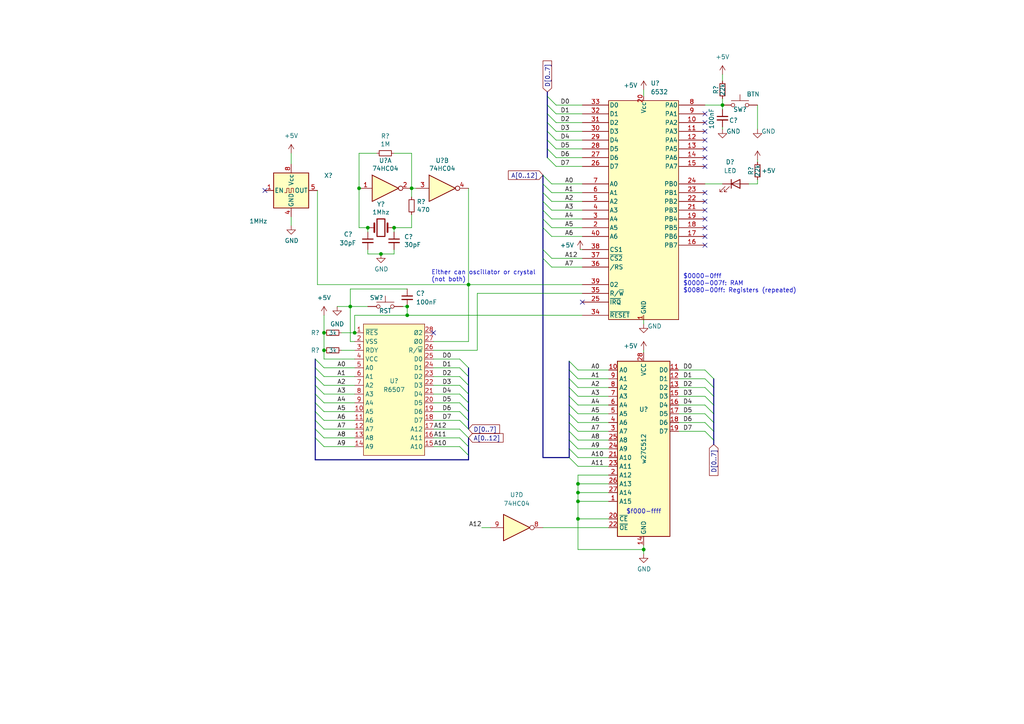
<source format=kicad_sch>
(kicad_sch (version 20211123) (generator eeschema)
  (paper "A4")
  (lib_symbols
    (symbol "6502:R6507"
      (property "Reference" "U" (at 0 0 0))
      (property "Value" "R6507" (at 0 2.54 0))
      (symbol "R6507_0_1"
        (rectangle (start -8.89 15.24) (end 8.89 -22.86) (fill (type background)))
      )
      (symbol "R6507_1_1"
        (pin input line (at -11.43 12.7 0) (length 2.54) (name "~{RES}") (number "1"))
        (pin output line (at -11.43 -10.16 0) (length 2.54) (name "A5") (number "10"))
        (pin output line (at -11.43 -12.7 0) (length 2.54) (name "A6") (number "11"))
        (pin output line (at -11.43 -15.24 0) (length 2.54) (name "A7") (number "12"))
        (pin output line (at -11.43 -17.78 0) (length 2.54) (name "A8") (number "13"))
        (pin output line (at -11.43 -20.32 0) (length 2.54) (name "A9") (number "14"))
        (pin output line (at 11.43 -20.32 180) (length 2.54) (name "A10") (number "15"))
        (pin output line (at 11.43 -17.78 180) (length 2.54) (name "A11") (number "16"))
        (pin output line (at 11.43 -15.24 180) (length 2.54) (name "A12") (number "17"))
        (pin tri_state line (at 11.43 -12.7 180) (length 2.54) (name "D7") (number "18"))
        (pin tri_state line (at 11.43 -10.16 180) (length 2.54) (name "D6") (number "19"))
        (pin power_in line (at -11.43 10.16 0) (length 2.54) (name "VSS") (number "2"))
        (pin tri_state line (at 11.43 -7.62 180) (length 2.54) (name "D5") (number "20"))
        (pin tri_state line (at 11.43 -5.08 180) (length 2.54) (name "D4") (number "21"))
        (pin tri_state line (at 11.43 -2.54 180) (length 2.54) (name "D3") (number "22"))
        (pin tri_state line (at 11.43 0 180) (length 2.54) (name "D2") (number "23"))
        (pin tri_state line (at 11.43 2.54 180) (length 2.54) (name "D1") (number "24"))
        (pin tri_state line (at 11.43 5.08 180) (length 2.54) (name "D0") (number "25"))
        (pin output line (at 11.43 7.62 180) (length 2.54) (name "R/~{W}") (number "26"))
        (pin input line (at 11.43 10.16 180) (length 2.54) (name "Ø0") (number "27"))
        (pin output line (at 11.43 12.7 180) (length 2.54) (name "Ø2") (number "28"))
        (pin input line (at -11.43 7.62 0) (length 2.54) (name "RDY") (number "3"))
        (pin power_in line (at -11.43 5.08 0) (length 2.54) (name "VCC") (number "4"))
        (pin output line (at -11.43 2.54 0) (length 2.54) (name "A0") (number "5"))
        (pin output line (at -11.43 0 0) (length 2.54) (name "A1") (number "6"))
        (pin output line (at -11.43 -2.54 0) (length 2.54) (name "A2") (number "7"))
        (pin output line (at -11.43 -5.08 0) (length 2.54) (name "A3") (number "8"))
        (pin output line (at -11.43 -7.62 0) (length 2.54) (name "A4") (number "9"))
      )
    )
    (symbol "74xx:74HC04"
      (property "Reference" "U" (at 0 1.27 0))
      (property "Value" "74HC04" (at 0 -1.27 0))
      (symbol "74HC04_1_0"
        (polyline (pts (xy -3.81 3.81) (xy -3.81 -3.81) (xy 3.81 0) (xy -3.81 3.81)) (stroke (width 0.254)) (fill (type background)))
        (pin input line (at -7.62 0 0) (length 3.81) (name "~") (number "1"))
        (pin output inverted (at 7.62 0 180) (length 3.81) (name "~") (number "2"))
      )
      (symbol "74HC04_2_0"
        (polyline (pts (xy -3.81 3.81) (xy -3.81 -3.81) (xy 3.81 0) (xy -3.81 3.81)) (stroke (width 0.254)) (fill (type background)))
        (pin input line (at -7.62 0 0) (length 3.81) (name "~") (number "3"))
        (pin output inverted (at 7.62 0 180) (length 3.81) (name "~") (number "4"))
      )
      (symbol "74HC04_3_0"
        (polyline (pts (xy -3.81 3.81) (xy -3.81 -3.81) (xy 3.81 0) (xy -3.81 3.81)) (stroke (width 0.254)) (fill (type background)))
        (pin input line (at -7.62 0 0) (length 3.81) (name "~") (number "5"))
        (pin output inverted (at 7.62 0 180) (length 3.81) (name "~") (number "6"))
      )
      (symbol "74HC04_4_0"
        (polyline (pts (xy -3.81 3.81) (xy -3.81 -3.81) (xy 3.81 0) (xy -3.81 3.81)) (stroke (width 0.254)) (fill (type background)))
        (pin output inverted (at 7.62 0 180) (length 3.81) (name "~") (number "8"))
        (pin input line (at -7.62 0 0) (length 3.81) (name "~") (number "9"))
      )
      (symbol "74HC04_5_0"
        (polyline (pts (xy -3.81 3.81) (xy -3.81 -3.81) (xy 3.81 0) (xy -3.81 3.81)) (stroke (width 0.254)) (fill (type background)))
        (pin output inverted (at 7.62 0 180) (length 3.81) (name "~") (number "10"))
        (pin input line (at -7.62 0 0) (length 3.81) (name "~") (number "11"))
      )
      (symbol "74HC04_6_0"
        (polyline (pts (xy -3.81 3.81) (xy -3.81 -3.81) (xy 3.81 0) (xy -3.81 3.81)) (stroke (width 0.254)) (fill (type background)))
        (pin output inverted (at 7.62 0 180) (length 3.81) (name "~") (number "12"))
        (pin input line (at -7.62 0 0) (length 3.81) (name "~") (number "13"))
      )
      (symbol "74HC04_7_0"
        (pin power_in line (at 0 12.7 270) (length 5.08) (name "VCC") (number "14"))
        (pin power_in line (at 0 -12.7 90) (length 5.08) (name "GND") (number "7"))
      )
      (symbol "74HC04_7_1"
        (rectangle (start -5.08 7.62) (end 5.08 -7.62) (stroke (width 0.254)) (fill (type background)))
      )
    )
    (symbol "Device:C_Small" (pin_numbers hide) (pin_names (offset 0.254) hide)
      (property "Reference" "C" (at 0.254 1.778 0))
      (property "Value" "C_Small" (at 0.254 -2.032 0))
      (symbol "C_Small_0_1"
        (polyline (pts (xy -1.524 -0.508) (xy 1.524 -0.508)) (stroke (width 0.3302)))
        (polyline (pts (xy -1.524 0.508) (xy 1.524 0.508)) (stroke (width 0.3048)))
      )
      (symbol "C_Small_1_1"
        (pin passive line (at 0 2.54 270) (length 2.032) (name "~") (number "1"))
        (pin passive line (at 0 -2.54 90) (length 2.032) (name "~") (number "2"))
      )
    )
    (symbol "Device:Crystal" (pin_numbers hide) (pin_names (offset 1.016) hide)
      (property "Reference" "Y" (at 0 3.81 0))
      (property "Value" "Crystal" (at 0 -3.81 0))
      (symbol "Crystal_0_1"
        (rectangle (start -1.143 2.54) (end 1.143 -2.54) (stroke (width 0.3048)))
        (polyline (pts (xy -2.54 0) (xy -1.905 0)))
        (polyline (pts (xy -1.905 -1.27) (xy -1.905 1.27)) (stroke (width 0.508)))
        (polyline (pts (xy 1.905 -1.27) (xy 1.905 1.27)) (stroke (width 0.508)))
        (polyline (pts (xy 2.54 0) (xy 1.905 0)))
      )
      (symbol "Crystal_1_1"
        (pin passive line (at -3.81 0 0) (length 1.27) (name "1") (number "1"))
        (pin passive line (at 3.81 0 180) (length 1.27) (name "2") (number "2"))
      )
    )
    (symbol "Device:LED" (pin_numbers hide) (pin_names (offset 1.016) hide)
      (property "Reference" "D" (at 0 2.54 0))
      (property "Value" "LED" (at 0 -2.54 0))
      (symbol "LED_0_1"
        (polyline (pts (xy -1.27 -1.27) (xy -1.27 1.27)) (stroke (width 0.254)))
        (polyline (pts (xy -1.27 0) (xy 1.27 0)))
        (polyline (pts (xy 1.27 -1.27) (xy 1.27 1.27) (xy -1.27 0) (xy 1.27 -1.27)) (stroke (width 0.254)))
        (polyline (pts (xy -3.048 -0.762) (xy -4.572 -2.286) (xy -3.81 -2.286) (xy -4.572 -2.286) (xy -4.572 -1.524)))
        (polyline (pts (xy -1.778 -0.762) (xy -3.302 -2.286) (xy -2.54 -2.286) (xy -3.302 -2.286) (xy -3.302 -1.524)))
      )
      (symbol "LED_1_1"
        (pin passive line (at -3.81 0 0) (length 2.54) (name "K") (number "1"))
        (pin passive line (at 3.81 0 180) (length 2.54) (name "A") (number "2"))
      )
    )
    (symbol "Device:R_Small" (pin_numbers hide) (pin_names (offset 0.254) hide)
      (property "Reference" "R" (at 0.762 0.508 0))
      (property "Value" "R_Small" (at 0.762 -1.016 0))
      (symbol "R_Small_0_1"
        (rectangle (start -0.762 1.778) (end 0.762 -1.778) (stroke (width 0.2032)))
      )
      (symbol "R_Small_1_1"
        (pin passive line (at 0 2.54 270) (length 0.762) (name "~") (number "1"))
        (pin passive line (at 0 -2.54 90) (length 0.762) (name "~") (number "2"))
      )
    )
    (symbol "Memory_EPROM:27C512"
      (property "Reference" "U" (at -7.62 26.67 0))
      (property "Value" "27C512" (at 2.54 -26.67 0))
      (symbol "27C512_1_1"
        (rectangle (start -7.62 25.4) (end 7.62 -25.4) (stroke (width 0.254)) (fill (type background)))
        (pin input line (at -10.16 -15.24 0) (length 2.54) (name "A15") (number "1"))
        (pin input line (at -10.16 22.86 0) (length 2.54) (name "A0") (number "10"))
        (pin tri_state line (at 10.16 22.86 180) (length 2.54) (name "D0") (number "11"))
        (pin tri_state line (at 10.16 20.32 180) (length 2.54) (name "D1") (number "12"))
        (pin tri_state line (at 10.16 17.78 180) (length 2.54) (name "D2") (number "13"))
        (pin power_in line (at 0 -27.94 90) (length 2.54) (name "GND") (number "14"))
        (pin tri_state line (at 10.16 15.24 180) (length 2.54) (name "D3") (number "15"))
        (pin tri_state line (at 10.16 12.7 180) (length 2.54) (name "D4") (number "16"))
        (pin tri_state line (at 10.16 10.16 180) (length 2.54) (name "D5") (number "17"))
        (pin tri_state line (at 10.16 7.62 180) (length 2.54) (name "D6") (number "18"))
        (pin tri_state line (at 10.16 5.08 180) (length 2.54) (name "D7") (number "19"))
        (pin input line (at -10.16 -7.62 0) (length 2.54) (name "A12") (number "2"))
        (pin input line (at -10.16 -20.32 0) (length 2.54) (name "~{CE}") (number "20"))
        (pin input line (at -10.16 -2.54 0) (length 2.54) (name "A10") (number "21"))
        (pin input line (at -10.16 -22.86 0) (length 2.54) (name "~{OE}") (number "22"))
        (pin input line (at -10.16 -5.08 0) (length 2.54) (name "A11") (number "23"))
        (pin input line (at -10.16 0 0) (length 2.54) (name "A9") (number "24"))
        (pin input line (at -10.16 2.54 0) (length 2.54) (name "A8") (number "25"))
        (pin input line (at -10.16 -10.16 0) (length 2.54) (name "A13") (number "26"))
        (pin input line (at -10.16 -12.7 0) (length 2.54) (name "A14") (number "27"))
        (pin power_in line (at 0 27.94 270) (length 2.54) (name "VCC") (number "28"))
        (pin input line (at -10.16 5.08 0) (length 2.54) (name "A7") (number "3"))
        (pin input line (at -10.16 7.62 0) (length 2.54) (name "A6") (number "4"))
        (pin input line (at -10.16 10.16 0) (length 2.54) (name "A5") (number "5"))
        (pin input line (at -10.16 12.7 0) (length 2.54) (name "A4") (number "6"))
        (pin input line (at -10.16 15.24 0) (length 2.54) (name "A3") (number "7"))
        (pin input line (at -10.16 17.78 0) (length 2.54) (name "A2") (number "8"))
        (pin input line (at -10.16 20.32 0) (length 2.54) (name "A1") (number "9"))
      )
    )
    (symbol "Oscillator:CXO_DIP8" (pin_names (offset 0.254))
      (property "Reference" "X" (at -5.08 6.35 0))
      (property "Value" "CXO_DIP8" (at 1.27 -6.35 0))
      (symbol "CXO_DIP8_0_1"
        (rectangle (start -5.08 5.08) (end 5.08 -5.08) (stroke (width 0.254)) (fill (type background)))
        (polyline (pts (xy -1.905 -0.635) (xy -1.27 -0.635) (xy -1.27 0.635) (xy -0.635 0.635) (xy -0.635 -0.635) (xy 0 -0.635) (xy 0 0.635) (xy 0.635 0.635) (xy 0.635 -0.635)))
      )
      (symbol "CXO_DIP8_1_1"
        (pin input line (at -7.62 0 0) (length 2.54) (name "EN") (number "1"))
        (pin power_in line (at 0 -7.62 90) (length 2.54) (name "GND") (number "4"))
        (pin output line (at 7.62 0 180) (length 2.54) (name "OUT") (number "5"))
        (pin power_in line (at 0 7.62 270) (length 2.54) (name "Vcc") (number "8"))
      )
    )
    (symbol "Switch:SW_Push" (pin_numbers hide) (pin_names (offset 1.016) hide)
      (property "Reference" "SW" (at 1.27 2.54 0))
      (property "Value" "SW_Push" (at 0 -1.524 0))
      (symbol "SW_Push_0_1"
        (circle (center -2.032 0) (radius 0.508))
        (polyline (pts (xy 0 1.27) (xy 0 3.048)))
        (polyline (pts (xy 2.54 1.27) (xy -2.54 1.27)))
        (circle (center 2.032 0) (radius 0.508))
        (pin passive line (at -5.08 0 0) (length 2.54) (name "1") (number "1"))
        (pin passive line (at 5.08 0 180) (length 2.54) (name "2") (number "2"))
      )
    )
    (symbol "cbm:6532" (pin_names (offset 0.254))
      (property "Reference" "U" (at 0 8.89 0))
      (property "Value" "6532" (at 0 3.81 0))
      (symbol "6532_0_0"
        (pin power_in line (at 0 -31.75 90) (length 1.27) (name "GND") (number "1"))
        (pin power_in line (at 0 33.02 270) (length 1.27) (name "Vcc") (number "20"))
      )
      (symbol "6532_0_1"
        (rectangle (start -10.16 31.75) (end 10.16 -31.75) (fill (type background)))
        (rectangle (start 10.16 31.75) (end -10.16 -31.75))
      )
      (symbol "6532_1_1"
        (pin bidirectional line (at 17.78 25.4 180) (length 7.62) (name "PA2") (number "10"))
        (pin bidirectional line (at 17.78 22.86 180) (length 7.62) (name "PA3") (number "11"))
        (pin bidirectional line (at 17.78 20.32 180) (length 7.62) (name "PA4") (number "12"))
        (pin bidirectional line (at 17.78 17.78 180) (length 7.62) (name "PA5") (number "13"))
        (pin bidirectional line (at 17.78 15.24 180) (length 7.62) (name "PA6") (number "14"))
        (pin bidirectional line (at 17.78 12.7 180) (length 7.62) (name "PA7") (number "15"))
        (pin bidirectional line (at 17.78 -10.16 180) (length 7.62) (name "PB7") (number "16"))
        (pin bidirectional line (at 17.78 -7.62 180) (length 7.62) (name "PB6") (number "17"))
        (pin bidirectional line (at 17.78 -5.08 180) (length 7.62) (name "PB5") (number "18"))
        (pin bidirectional line (at 17.78 -2.54 180) (length 7.62) (name "PB4") (number "19"))
        (pin input line (at -17.78 -5.08 0) (length 7.62) (name "A5") (number "2"))
        (pin bidirectional line (at 17.78 0 180) (length 7.62) (name "PB3") (number "21"))
        (pin bidirectional line (at 17.78 2.54 180) (length 7.62) (name "PB2") (number "22"))
        (pin bidirectional line (at 17.78 5.08 180) (length 7.62) (name "PB1") (number "23"))
        (pin bidirectional line (at 17.78 7.62 180) (length 7.62) (name "PB0") (number "24"))
        (pin input line (at -17.78 -26.67 0) (length 7.62) (name "~{IRQ}") (number "25"))
        (pin tri_state line (at -17.78 12.7 0) (length 7.62) (name "D7") (number "26"))
        (pin tri_state line (at -17.78 15.24 0) (length 7.62) (name "D6") (number "27"))
        (pin tri_state line (at -17.78 17.78 0) (length 7.62) (name "D5") (number "28"))
        (pin tri_state line (at -17.78 20.32 0) (length 7.62) (name "D4") (number "29"))
        (pin input line (at -17.78 -2.54 0) (length 7.62) (name "A4") (number "3"))
        (pin tri_state line (at -17.78 22.86 0) (length 7.62) (name "D3") (number "30"))
        (pin tri_state line (at -17.78 25.4 0) (length 7.62) (name "D2") (number "31"))
        (pin tri_state line (at -17.78 27.94 0) (length 7.62) (name "D1") (number "32"))
        (pin tri_state line (at -17.78 30.48 0) (length 7.62) (name "D0") (number "33"))
        (pin input line (at -17.78 -30.48 0) (length 7.62) (name "~{RESET}") (number "34"))
        (pin input line (at -17.78 -24.13 0) (length 7.62) (name "R/~{W}") (number "35"))
        (pin bidirectional line (at -17.78 -16.51 0) (length 7.62) (name "/RS") (number "36"))
        (pin input line (at -17.78 -13.97 0) (length 7.62) (name "~{CS2}") (number "37"))
        (pin input line (at -17.78 -11.43 0) (length 7.62) (name "CS1") (number "38"))
        (pin input line (at -17.78 -21.59 0) (length 7.62) (name "02") (number "39"))
        (pin input line (at -17.78 0 0) (length 7.62) (name "A3") (number "4"))
        (pin input line (at -17.78 -7.62 0) (length 7.62) (name "A6") (number "40"))
        (pin input line (at -17.78 2.54 0) (length 7.62) (name "A2") (number "5"))
        (pin input line (at -17.78 5.08 0) (length 7.62) (name "A1") (number "6"))
        (pin input line (at -17.78 7.62 0) (length 7.62) (name "A0") (number "7"))
        (pin bidirectional line (at 17.78 30.48 180) (length 7.62) (name "PA0") (number "8"))
        (pin bidirectional line (at 17.78 27.94 180) (length 7.62) (name "PA1") (number "9"))
      )
    )
    (symbol "power:+5V" (power) (pin_names (offset 0))
      (property "Value" "+5V" (at 0 3.556 0))
      (symbol "+5V_0_1"
        (polyline (pts (xy -0.762 1.27) (xy 0 2.54)))
        (polyline (pts (xy 0 0) (xy 0 2.54)))
        (polyline (pts (xy 0 2.54) (xy 0.762 1.27)))
      )
      (symbol "+5V_1_1"
        (pin power_in line (at 0 0 90) (length 0) hide (name "+5V") (number "1"))
      )
    )
    (symbol "power:GND" (power) (pin_names (offset 0))
      (property "Value" "GND" (at 0 -3.81 0))
      (symbol "GND_0_1"
        (polyline (pts (xy 0 0) (xy 0 -1.27) (xy 1.27 -1.27) (xy 0 -2.54) (xy -1.27 -1.27) (xy 0 -1.27)))
      )
      (symbol "GND_1_1"
        (pin power_in line (at 0 0 270) (length 0) hide (name "GND") (number "1"))
      )
    )
  )
  (junction (at 119.38 54.61))
  (junction (at 167.64 150.495))
  (junction (at 135.89 82.55))
  (junction (at 114.3 66.04))
  (junction (at 167.64 142.875))
  (junction (at 93.98 101.6))
  (junction (at 110.49 73.66))
  (junction (at 118.11 91.44))
  (junction (at 209.55 30.48))
  (junction (at 167.64 140.335))
  (junction (at 167.64 145.415))
  (junction (at 186.69 159.385))
  (junction (at 101.6 88.9))
  (junction (at 102.87 96.52))
  (junction (at 104.14 54.61))
  (junction (at 93.98 96.52))
  (junction (at 118.11 88.9))
  (junction (at 106.68 66.04))
  (no_connect (at 168.91 87.63))
  (no_connect (at 125.73 96.52))
  (no_connect (at 204.47 33.02))
  (no_connect (at 204.47 35.56))
  (no_connect (at 204.47 38.1))
  (no_connect (at 204.47 40.64))
  (no_connect (at 204.47 43.18))
  (no_connect (at 204.47 45.72))
  (no_connect (at 204.47 48.26))
  (no_connect (at 204.47 55.88))
  (no_connect (at 204.47 58.42))
  (no_connect (at 204.47 60.96))
  (no_connect (at 204.47 63.5))
  (no_connect (at 204.47 66.04))
  (no_connect (at 204.47 68.58))
  (no_connect (at 204.47 71.12))
  (no_connect (at 76.835 55.245))
  (bus_entry (at 133.35 111.76) (size 2.54 2.54))
  (bus_entry (at 91.44 111.76) (size 2.54 2.54))
  (bus_entry (at 165.1 112.395) (size 2.54 2.54))
  (bus_entry (at 204.47 107.315) (size 2.54 2.54))
  (bus_entry (at 135.89 127) (size -2.54 -2.54))
  (bus_entry (at 135.89 132.08) (size -2.54 -2.54))
  (bus_entry (at 157.48 66.04) (size 2.54 2.54))
  (bus_entry (at 91.44 114.3) (size 2.54 2.54))
  (bus_entry (at 204.47 125.095) (size 2.54 2.54))
  (bus_entry (at 161.29 33.02) (size -2.54 -2.54))
  (bus_entry (at 165.1 117.475) (size 2.54 2.54))
  (bus_entry (at 91.44 109.22) (size 2.54 2.54))
  (bus_entry (at 161.29 35.56) (size -2.54 -2.54))
  (bus_entry (at 165.1 104.775) (size 2.54 2.54))
  (bus_entry (at 204.47 109.855) (size 2.54 2.54))
  (bus_entry (at 161.29 40.64) (size -2.54 -2.54))
  (bus_entry (at 157.48 63.5) (size 2.54 2.54))
  (bus_entry (at 157.48 50.8) (size 2.54 2.54))
  (bus_entry (at 133.35 116.84) (size 2.54 2.54))
  (bus_entry (at 204.47 120.015) (size 2.54 2.54))
  (bus_entry (at 165.1 132.715) (size 2.54 2.54))
  (bus_entry (at 157.48 55.88) (size 2.54 2.54))
  (bus_entry (at 161.29 38.1) (size -2.54 -2.54))
  (bus_entry (at 157.48 74.93) (size 2.54 2.54))
  (bus_entry (at 91.44 127) (size 2.54 2.54))
  (bus_entry (at 165.1 107.315) (size 2.54 2.54))
  (bus_entry (at 161.29 43.18) (size -2.54 -2.54))
  (bus_entry (at 91.44 124.46) (size 2.54 2.54))
  (bus_entry (at 161.29 48.26) (size -2.54 -2.54))
  (bus_entry (at 165.1 122.555) (size 2.54 2.54))
  (bus_entry (at 133.35 104.14) (size 2.54 2.54))
  (bus_entry (at 91.44 119.38) (size 2.54 2.54))
  (bus_entry (at 133.35 114.3) (size 2.54 2.54))
  (bus_entry (at 165.1 125.095) (size 2.54 2.54))
  (bus_entry (at 133.35 119.38) (size 2.54 2.54))
  (bus_entry (at 204.47 114.935) (size 2.54 2.54))
  (bus_entry (at 165.1 109.855) (size 2.54 2.54))
  (bus_entry (at 161.29 30.48) (size -2.54 -2.54))
  (bus_entry (at 165.1 130.175) (size 2.54 2.54))
  (bus_entry (at 133.35 106.68) (size 2.54 2.54))
  (bus_entry (at 91.44 116.84) (size 2.54 2.54))
  (bus_entry (at 91.44 106.68) (size 2.54 2.54))
  (bus_entry (at 135.89 129.54) (size -2.54 -2.54))
  (bus_entry (at 157.48 72.39) (size 2.54 2.54))
  (bus_entry (at 204.47 122.555) (size 2.54 2.54))
  (bus_entry (at 161.29 45.72) (size -2.54 -2.54))
  (bus_entry (at 157.48 60.96) (size 2.54 2.54))
  (bus_entry (at 165.1 127.635) (size 2.54 2.54))
  (bus_entry (at 157.48 53.34) (size 2.54 2.54))
  (bus_entry (at 165.1 120.015) (size 2.54 2.54))
  (bus_entry (at 133.35 121.92) (size 2.54 2.54))
  (bus_entry (at 204.47 117.475) (size 2.54 2.54))
  (bus_entry (at 91.44 121.92) (size 2.54 2.54))
  (bus_entry (at 165.1 114.935) (size 2.54 2.54))
  (bus_entry (at 204.47 112.395) (size 2.54 2.54))
  (bus_entry (at 157.48 58.42) (size 2.54 2.54))
  (bus_entry (at 133.35 109.22) (size 2.54 2.54))
  (bus_entry (at 91.44 104.14) (size 2.54 2.54))
  (bus (pts (xy 157.48 132.715) (xy 165.1 132.715)))
  (wire (pts (xy 125.73 129.54) (xy 133.35 129.54)))
  (bus (pts (xy 91.44 121.92) (xy 91.44 124.46)))
  (wire (pts (xy 186.69 101.6) (xy 186.69 102.235)))
  (wire (pts (xy 84.455 44.45) (xy 84.455 47.625)))
  (wire (pts (xy 102.87 106.68) (xy 93.98 106.68)))
  (bus (pts (xy 91.44 127) (xy 91.44 133.35)))
  (bus (pts (xy 135.89 127) (xy 135.89 129.54)))
  (wire (pts (xy 133.35 104.14) (xy 125.73 104.14)))
  (wire (pts (xy 92.075 55.245) (xy 92.075 82.55)))
  (wire (pts (xy 167.64 159.385) (xy 167.64 150.495)))
  (wire (pts (xy 138.43 85.09) (xy 138.43 101.6)))
  (wire (pts (xy 138.43 85.09) (xy 168.91 85.09)))
  (wire (pts (xy 176.53 114.935) (xy 167.64 114.935)))
  (wire (pts (xy 139.7 153.035) (xy 142.24 153.035)))
  (wire (pts (xy 116.84 88.9) (xy 118.11 88.9)))
  (wire (pts (xy 133.35 106.68) (xy 125.73 106.68)))
  (bus (pts (xy 135.89 116.84) (xy 135.89 119.38)))
  (wire (pts (xy 102.87 129.54) (xy 93.98 129.54)))
  (wire (pts (xy 114.3 44.45) (xy 119.38 44.45)))
  (wire (pts (xy 209.55 30.48) (xy 209.55 31.75)))
  (bus (pts (xy 165.1 104.775) (xy 165.1 107.315)))
  (wire (pts (xy 161.29 38.1) (xy 168.91 38.1)))
  (wire (pts (xy 167.64 132.715) (xy 176.53 132.715)))
  (bus (pts (xy 157.48 63.5) (xy 157.48 66.04)))
  (wire (pts (xy 196.85 125.095) (xy 204.47 125.095)))
  (wire (pts (xy 102.87 104.14) (xy 93.98 104.14)))
  (wire (pts (xy 176.53 109.855) (xy 167.64 109.855)))
  (wire (pts (xy 133.35 114.3) (xy 125.73 114.3)))
  (wire (pts (xy 176.53 112.395) (xy 167.64 112.395)))
  (wire (pts (xy 186.69 159.385) (xy 167.64 159.385)))
  (wire (pts (xy 160.02 77.47) (xy 168.91 77.47)))
  (wire (pts (xy 176.53 107.315) (xy 167.64 107.315)))
  (wire (pts (xy 168.91 55.88) (xy 160.02 55.88)))
  (wire (pts (xy 125.73 99.06) (xy 135.89 99.06)))
  (bus (pts (xy 158.75 27.94) (xy 158.75 30.48)))
  (bus (pts (xy 165.1 114.935) (xy 165.1 117.475)))
  (wire (pts (xy 167.64 150.495) (xy 167.64 145.415)))
  (wire (pts (xy 119.38 66.04) (xy 114.3 66.04)))
  (wire (pts (xy 167.64 145.415) (xy 176.53 145.415)))
  (wire (pts (xy 196.85 107.315) (xy 204.47 107.315)))
  (wire (pts (xy 135.89 82.55) (xy 168.91 82.55)))
  (bus (pts (xy 158.75 26.67) (xy 158.75 27.94)))
  (bus (pts (xy 157.48 53.34) (xy 157.48 55.88)))
  (bus (pts (xy 165.1 109.855) (xy 165.1 112.395)))
  (wire (pts (xy 161.29 43.18) (xy 168.91 43.18)))
  (wire (pts (xy 161.29 48.26) (xy 168.91 48.26)))
  (bus (pts (xy 165.1 127.635) (xy 165.1 130.175)))
  (wire (pts (xy 106.68 73.66) (xy 110.49 73.66)))
  (wire (pts (xy 133.35 116.84) (xy 125.73 116.84)))
  (bus (pts (xy 135.89 106.68) (xy 135.89 109.22)))
  (bus (pts (xy 135.89 119.38) (xy 135.89 121.92)))
  (bus (pts (xy 157.48 55.88) (xy 157.48 58.42)))
  (bus (pts (xy 157.48 60.96) (xy 157.48 63.5)))
  (wire (pts (xy 176.53 122.555) (xy 167.64 122.555)))
  (wire (pts (xy 133.35 119.38) (xy 125.73 119.38)))
  (bus (pts (xy 157.48 72.39) (xy 157.48 74.93)))
  (wire (pts (xy 196.85 112.395) (xy 204.47 112.395)))
  (wire (pts (xy 209.55 21.59) (xy 209.55 23.495)))
  (bus (pts (xy 207.01 127.635) (xy 207.01 125.095)))
  (wire (pts (xy 109.22 44.45) (xy 104.14 44.45)))
  (wire (pts (xy 114.3 72.39) (xy 114.3 73.66)))
  (bus (pts (xy 91.44 111.76) (xy 91.44 114.3)))
  (wire (pts (xy 104.14 54.61) (xy 104.14 66.04)))
  (bus (pts (xy 91.44 114.3) (xy 91.44 116.84)))
  (bus (pts (xy 135.89 114.3) (xy 135.89 116.84)))
  (bus (pts (xy 135.89 132.08) (xy 135.89 133.35)))
  (bus (pts (xy 158.75 35.56) (xy 158.75 38.1)))
  (wire (pts (xy 168.91 63.5) (xy 160.02 63.5)))
  (wire (pts (xy 102.87 121.92) (xy 93.98 121.92)))
  (wire (pts (xy 167.64 140.335) (xy 167.64 137.795)))
  (wire (pts (xy 219.71 52.07) (xy 219.71 53.34)))
  (wire (pts (xy 118.11 91.44) (xy 168.91 91.44)))
  (bus (pts (xy 91.44 116.84) (xy 91.44 119.38)))
  (bus (pts (xy 207.01 114.935) (xy 207.01 112.395)))
  (bus (pts (xy 158.75 40.64) (xy 158.75 43.18)))
  (bus (pts (xy 158.75 38.1) (xy 158.75 40.64)))
  (wire (pts (xy 168.91 58.42) (xy 160.02 58.42)))
  (bus (pts (xy 157.48 66.04) (xy 157.48 72.39)))
  (wire (pts (xy 209.55 28.575) (xy 209.55 30.48)))
  (wire (pts (xy 161.29 45.72) (xy 168.91 45.72)))
  (bus (pts (xy 91.44 104.14) (xy 91.44 106.68)))
  (bus (pts (xy 157.48 74.93) (xy 157.48 132.715)))
  (bus (pts (xy 91.44 119.38) (xy 91.44 121.92)))
  (bus (pts (xy 91.44 124.46) (xy 91.44 127)))
  (wire (pts (xy 102.87 109.22) (xy 93.98 109.22)))
  (bus (pts (xy 135.89 109.22) (xy 135.89 111.76)))
  (bus (pts (xy 158.75 30.48) (xy 158.75 33.02)))
  (wire (pts (xy 219.71 30.48) (xy 219.71 37.465)))
  (wire (pts (xy 204.47 30.48) (xy 209.55 30.48)))
  (wire (pts (xy 135.89 82.55) (xy 135.89 99.06)))
  (wire (pts (xy 118.11 91.44) (xy 102.87 91.44)))
  (wire (pts (xy 119.38 54.61) (xy 120.65 54.61)))
  (wire (pts (xy 168.275 72.39) (xy 168.91 72.39)))
  (wire (pts (xy 138.43 101.6) (xy 125.73 101.6)))
  (bus (pts (xy 158.75 33.02) (xy 158.75 35.56)))
  (wire (pts (xy 168.91 68.58) (xy 160.02 68.58)))
  (wire (pts (xy 196.85 109.855) (xy 204.47 109.855)))
  (wire (pts (xy 102.87 111.76) (xy 93.98 111.76)))
  (wire (pts (xy 101.6 88.9) (xy 106.68 88.9)))
  (wire (pts (xy 118.11 83.82) (xy 101.6 83.82)))
  (wire (pts (xy 114.3 66.04) (xy 114.3 67.31)))
  (wire (pts (xy 157.48 153.035) (xy 176.53 153.035)))
  (wire (pts (xy 196.85 117.475) (xy 204.47 117.475)))
  (wire (pts (xy 168.91 60.96) (xy 160.02 60.96)))
  (bus (pts (xy 91.44 109.22) (xy 91.44 111.76)))
  (wire (pts (xy 167.64 135.255) (xy 176.53 135.255)))
  (wire (pts (xy 133.35 109.22) (xy 125.73 109.22)))
  (wire (pts (xy 125.73 124.46) (xy 133.35 124.46)))
  (wire (pts (xy 101.6 99.06) (xy 102.87 99.06)))
  (wire (pts (xy 110.49 73.66) (xy 114.3 73.66)))
  (wire (pts (xy 93.98 96.52) (xy 93.98 101.6)))
  (wire (pts (xy 196.85 122.555) (xy 204.47 122.555)))
  (wire (pts (xy 93.98 91.44) (xy 93.98 96.52)))
  (bus (pts (xy 207.01 112.395) (xy 207.01 109.855)))
  (wire (pts (xy 219.71 53.34) (xy 217.17 53.34)))
  (wire (pts (xy 119.38 62.23) (xy 119.38 66.04)))
  (bus (pts (xy 165.1 112.395) (xy 165.1 114.935)))
  (bus (pts (xy 207.01 122.555) (xy 207.01 120.015)))
  (wire (pts (xy 101.6 88.9) (xy 101.6 99.06)))
  (wire (pts (xy 167.64 142.875) (xy 176.53 142.875)))
  (wire (pts (xy 161.29 40.64) (xy 168.91 40.64)))
  (wire (pts (xy 167.64 145.415) (xy 167.64 142.875)))
  (wire (pts (xy 186.69 159.385) (xy 186.69 160.655)))
  (bus (pts (xy 135.89 133.35) (xy 91.44 133.35)))
  (bus (pts (xy 135.89 121.92) (xy 135.89 124.46)))
  (wire (pts (xy 161.29 30.48) (xy 168.91 30.48)))
  (bus (pts (xy 207.01 128.905) (xy 207.01 127.635)))
  (bus (pts (xy 157.48 58.42) (xy 157.48 60.96)))
  (wire (pts (xy 186.69 26.035) (xy 186.69 27.94)))
  (wire (pts (xy 167.64 142.875) (xy 167.64 140.335)))
  (wire (pts (xy 102.87 91.44) (xy 102.87 96.52)))
  (wire (pts (xy 186.69 92.71) (xy 186.69 93.98)))
  (wire (pts (xy 102.87 127) (xy 93.98 127)))
  (bus (pts (xy 165.1 117.475) (xy 165.1 120.015)))
  (wire (pts (xy 204.47 53.34) (xy 209.55 53.34)))
  (bus (pts (xy 157.48 50.8) (xy 157.48 53.34)))
  (bus (pts (xy 165.1 122.555) (xy 165.1 125.095)))
  (wire (pts (xy 161.29 33.02) (xy 168.91 33.02)))
  (bus (pts (xy 165.1 132.715) (xy 165.1 130.175)))
  (bus (pts (xy 91.44 106.68) (xy 91.44 109.22)))
  (wire (pts (xy 119.38 57.15) (xy 119.38 54.61)))
  (bus (pts (xy 207.01 117.475) (xy 207.01 114.935)))
  (wire (pts (xy 102.87 119.38) (xy 93.98 119.38)))
  (wire (pts (xy 119.38 44.45) (xy 119.38 54.61)))
  (wire (pts (xy 101.6 83.82) (xy 101.6 88.9)))
  (wire (pts (xy 125.73 127) (xy 133.35 127)))
  (bus (pts (xy 165.1 120.015) (xy 165.1 122.555)))
  (wire (pts (xy 167.64 125.095) (xy 176.53 125.095)))
  (wire (pts (xy 84.455 62.865) (xy 84.455 65.405)))
  (wire (pts (xy 133.35 111.76) (xy 125.73 111.76)))
  (wire (pts (xy 176.53 130.175) (xy 167.64 130.175)))
  (wire (pts (xy 93.98 104.14) (xy 93.98 101.6)))
  (wire (pts (xy 118.11 88.9) (xy 118.11 91.44)))
  (wire (pts (xy 104.14 44.45) (xy 104.14 54.61)))
  (bus (pts (xy 158.75 43.18) (xy 158.75 45.72)))
  (wire (pts (xy 196.85 114.935) (xy 204.47 114.935)))
  (bus (pts (xy 135.89 129.54) (xy 135.89 132.08)))
  (wire (pts (xy 186.69 158.115) (xy 186.69 159.385)))
  (wire (pts (xy 102.87 114.3) (xy 93.98 114.3)))
  (wire (pts (xy 167.64 150.495) (xy 176.53 150.495)))
  (wire (pts (xy 99.06 101.6) (xy 102.87 101.6)))
  (wire (pts (xy 106.68 66.04) (xy 106.68 67.31)))
  (wire (pts (xy 135.89 54.61) (xy 135.89 82.55)))
  (wire (pts (xy 167.64 137.795) (xy 176.53 137.795)))
  (wire (pts (xy 168.91 53.34) (xy 160.02 53.34)))
  (wire (pts (xy 92.075 82.55) (xy 135.89 82.55)))
  (wire (pts (xy 168.91 66.04) (xy 160.02 66.04)))
  (wire (pts (xy 97.79 88.9) (xy 101.6 88.9)))
  (wire (pts (xy 133.35 121.92) (xy 125.73 121.92)))
  (wire (pts (xy 106.68 72.39) (xy 106.68 73.66)))
  (wire (pts (xy 176.53 120.015) (xy 167.64 120.015)))
  (wire (pts (xy 104.14 66.04) (xy 106.68 66.04)))
  (wire (pts (xy 219.71 46.355) (xy 219.71 46.99)))
  (wire (pts (xy 176.53 127.635) (xy 167.64 127.635)))
  (wire (pts (xy 196.85 120.015) (xy 204.47 120.015)))
  (wire (pts (xy 161.29 35.56) (xy 168.91 35.56)))
  (bus (pts (xy 165.1 125.095) (xy 165.1 127.635)))
  (wire (pts (xy 167.64 140.335) (xy 176.53 140.335)))
  (bus (pts (xy 165.1 107.315) (xy 165.1 109.855)))
  (bus (pts (xy 207.01 120.015) (xy 207.01 117.475)))
  (wire (pts (xy 99.06 96.52) (xy 102.87 96.52)))
  (wire (pts (xy 176.53 117.475) (xy 167.64 117.475)))
  (wire (pts (xy 93.98 124.46) (xy 102.87 124.46)))
  (wire (pts (xy 160.02 74.93) (xy 168.91 74.93)))
  (bus (pts (xy 135.89 111.76) (xy 135.89 114.3)))
  (wire (pts (xy 209.55 36.83) (xy 209.55 37.465)))
  (wire (pts (xy 102.87 116.84) (xy 93.98 116.84)))
  (bus (pts (xy 207.01 125.095) (xy 207.01 122.555)))
  (text "Either can oscillator or crystal \n(not both)" (at 125.095 81.915 0) (effects (font (size 1.27 1.27)) (justify left bottom)))
  (text "$0000-0fff\n$0000-007f: RAM\n$0080-00ff: Registers (repeated)" (at 198.12 85.09 0) (effects (font (size 1.27 1.27)) (justify left bottom)))
  (text "$f000-ffff" (at 181.61 149.225 0) (effects (font (size 1.27 1.27)) (justify left bottom)))
  (label "D1" (at 128.27 106.68 0))
  (label "A12" (at 163.83 74.93 0))
  (label "D3" (at 128.27 111.76 0))
  (label "A8" (at 171.45 127.635 0))
  (label "A6" (at 171.45 122.555 0))
  (label "A6" (at 163.83 68.58 0))
  (label "A9" (at 97.79 129.54 0))
  (label "A12" (at 129.54 124.46 180))
  (label "D4" (at 128.27 114.3 0))
  (label "A10" (at 129.54 129.54 180))
  (label "D0" (at 198.12 107.315 0))
  (label "A7" (at 171.45 125.095 0))
  (label "D3" (at 162.56 38.1 0))
  (label "D0" (at 128.27 104.14 0))
  (label "A5" (at 163.83 66.04 0))
  (label "A9" (at 171.45 130.175 0))
  (label "D3" (at 198.12 114.935 0))
  (label "D5" (at 198.12 120.015 0))
  (label "A7" (at 163.83 77.47 0))
  (label "A3" (at 97.79 114.3 0))
  (label "A0" (at 171.45 107.315 0))
  (label "D1" (at 198.12 109.855 0))
  (label "D4" (at 198.12 117.475 0))
  (label "A2" (at 97.79 111.76 0))
  (label "D7" (at 162.56 48.26 0))
  (label "A11" (at 129.54 127 180))
  (label "A8" (at 97.79 127 0))
  (label "D2" (at 198.12 112.395 0))
  (label "A3" (at 163.83 60.96 0))
  (label "A11" (at 171.45 135.255 0))
  (label "A4" (at 97.79 116.84 0))
  (label "A12" (at 139.7 153.035 180))
  (label "A1" (at 171.45 109.855 0))
  (label "A3" (at 171.45 114.935 0))
  (label "A1" (at 97.79 109.22 0))
  (label "D6" (at 162.56 45.72 0))
  (label "D7" (at 198.12 125.095 0))
  (label "D4" (at 162.56 40.64 0))
  (label "A1" (at 163.83 55.88 0))
  (label "A4" (at 163.83 63.5 0))
  (label "A2" (at 163.83 58.42 0))
  (label "D5" (at 162.56 43.18 0))
  (label "A2" (at 171.45 112.395 0))
  (label "D2" (at 128.27 109.22 0))
  (label "D7" (at 128.27 121.92 0))
  (label "A0" (at 163.83 53.34 0))
  (label "A10" (at 171.45 132.715 0))
  (label "D0" (at 162.56 30.48 0))
  (label "D6" (at 128.27 119.38 0))
  (label "A5" (at 97.79 119.38 0))
  (label "D1" (at 162.56 33.02 0))
  (label "D6" (at 198.12 122.555 0))
  (label "D5" (at 128.27 116.84 0))
  (label "A7" (at 97.79 124.46 0))
  (label "A6" (at 97.79 121.92 0))
  (label "A4" (at 171.45 117.475 0))
  (label "A0" (at 97.79 106.68 0))
  (label "A5" (at 171.45 120.015 0))
  (label "D2" (at 162.56 35.56 0))
  (global_label "D[0..7]" (shape input) (at 135.89 124.46 0) (property "Intersheet References" "${INTERSHEET_REFS}" (effects hide)))
  (global_label "D[0..7]" (shape input) (at 158.75 26.67 90) (property "Intersheet References" "${INTERSHEET_REFS}" (effects hide)))
  (global_label "D[0..7]" (shape input) (at 207.01 128.905 270) (property "Intersheet References" "${INTERSHEET_REFS}" (effects hide)))
  (global_label "A[0..12]" (shape input) (at 157.48 50.8 180) (property "Intersheet References" "${INTERSHEET_REFS}" (effects hide)))
  (global_label "A[0..12]" (shape input) (at 135.89 127 0) (property "Intersheet References" "${INTERSHEET_REFS}" (effects hide)))
  (symbol (lib_id "power:+5V") (at 186.69 26.035 0) (unit 1)
    (property "Reference" "#PWR?" (effects hide))
    (property "Value" "+5V" (at 182.88 24.765 0))
  )
  (symbol (lib_id "74xx:74HC04") (at 128.27 54.61 0) (unit 2)
    (property "Reference" "U?" (at 128.27 46.5582 0))
    (property "Value" "74HC04" (at 128.27 48.8696 0))
    (property "Footprint" "Package_DIP:DIP-14_W7.62mm" (effects hide))
    (property "Datasheet" "https://assets.nexperia.com/documents/data-sheet/74HC_HCT04.pdf" (effects hide))
  )
  (symbol (lib_id "Device:C_Small") (at 118.11 86.36 0) (unit 1)
    (property "Reference" "C?" (at 120.65 85.0962 0) (effects (justify left)))
    (property "Value" "100nF" (at 120.65 87.6362 0) (effects (justify left)))
  )
  (symbol (lib_id "Device:R_Small") (at 209.55 26.035 180) (unit 1)
    (property "Reference" "R?" (at 207.645 26.035 90))
    (property "Value" "22k" (at 209.55 26.035 90))
  )
  (symbol (lib_id "power:GND") (at 110.49 73.66 0) (unit 1)
    (property "Reference" "#PWR?" (effects hide))
    (property "Value" "GND" (at 110.617 78.0542 0))
  )
  (symbol (lib_id "Device:R_Small") (at 96.52 101.6 90) (unit 1)
    (property "Reference" "R?" (at 91.44 101.6 90))
    (property "Value" "3k" (at 96.52 101.6 90))
  )
  (symbol (lib_id "Device:R_Small") (at 96.52 96.52 90) (unit 1)
    (property "Reference" "R?" (at 91.44 96.52 90))
    (property "Value" "3k" (at 96.52 96.52 90))
  )
  (symbol (lib_id "Device:C_Small") (at 209.55 34.29 0) (unit 1)
    (property "Reference" "C?" (at 211.455 34.925 0) (effects (justify left)))
    (property "Value" "100nF" (at 206.375 37.465 90) (effects (justify left)))
  )
  (symbol (lib_id "74xx:74HC04") (at 149.86 153.035 0) (unit 4)
    (property "Reference" "U?" (at 149.86 143.51 0))
    (property "Value" "74HC04" (at 149.86 146.05 0))
    (property "Datasheet" "https://assets.nexperia.com/documents/data-sheet/74HC_HCT04.pdf" (effects hide))
  )
  (symbol (lib_id "Device:C_Small") (at 106.68 69.85 0) (unit 1)
    (property "Reference" "C?" (at 99.695 67.945 0) (effects (justify left)))
    (property "Value" "30pF" (at 98.425 70.485 0) (effects (justify left)))
    (property "Footprint" "Capacitor_SMD:C_0805_2012Metric" (effects hide))
  )
  (symbol (lib_id "power:GND") (at 186.69 93.98 0) (unit 1)
    (property "Reference" "#PWR?" (effects hide))
    (property "Value" "GND" (at 189.865 94.615 0))
  )
  (symbol (lib_id "Device:R_Small") (at 219.71 49.53 180) (unit 1)
    (property "Reference" "R?" (at 217.805 49.53 90))
    (property "Value" "22k" (at 219.71 49.53 90))
  )
  (symbol (lib_id "74xx:74HC04") (at 111.76 54.61 0) (unit 1)
    (property "Reference" "U?" (at 111.76 46.5582 0))
    (property "Value" "74HC04" (at 111.76 48.8696 0))
    (property "Footprint" "Package_DIP:DIP-14_W7.62mm" (effects hide))
    (property "Datasheet" "https://assets.nexperia.com/documents/data-sheet/74HC_HCT04.pdf" (effects hide))
  )
  (symbol (lib_id "power:+5V") (at 168.275 72.39 0) (unit 1)
    (property "Reference" "#PWR?" (effects hide))
    (property "Value" "+5V" (at 164.465 71.12 0))
  )
  (symbol (lib_id "power:+5V") (at 84.455 44.45 0) (unit 1)
    (property "Reference" "#PWR?" (effects hide))
    (property "Value" "+5V" (at 84.455 39.37 0))
  )
  (symbol (lib_id "Memory_EPROM:27C512") (at 186.69 130.175 0) (unit 1)
    (property "Reference" "U?" (at 186.69 118.745 0))
    (property "Value" "w27C512" (at 186.69 130.175 90))
    (property "Footprint" "Package_DIP:DIP-28_W15.24mm" (effects hide))
    (property "Datasheet" "http://ww1.microchip.com/downloads/en/DeviceDoc/doc0015.pdf" (effects hide))
  )
  (symbol (lib_id "Device:Crystal") (at 110.49 66.04 0) (unit 1)
    (property "Reference" "Y?" (at 110.49 59.2328 0))
    (property "Value" "1Mhz" (at 110.49 61.5442 0))
    (property "Footprint" "Crystal:Crystal_HC49-U_Vertical" (effects hide))
  )
  (symbol (lib_id "Device:R_Small") (at 119.38 59.69 0) (unit 1)
    (property "Reference" "R?" (at 120.8786 58.5216 0) (effects (justify left)))
    (property "Value" "470" (at 120.8786 60.833 0) (effects (justify left)))
    (property "Footprint" "Resistor_SMD:R_0805_2012Metric" (effects hide))
  )
  (symbol (lib_id "6502:R6507") (at 114.3 109.22 0) (unit 1)
    (property "Reference" "U?" (at 114.3 110.49 0))
    (property "Value" "R6507" (at 114.3 113.03 0))
  )
  (symbol (lib_id "power:GND") (at 84.455 65.405 0) (unit 1)
    (property "Reference" "#PWR?" (effects hide))
    (property "Value" "GND" (at 84.582 69.7992 0))
  )
  (symbol (lib_id "power:GND") (at 219.71 37.465 0) (unit 1)
    (property "Reference" "#PWR?" (effects hide))
    (property "Value" "GND" (at 222.885 38.1 0))
  )
  (symbol (lib_id "cbm:6532") (at 186.69 60.96 0) (unit 1)
    (property "Reference" "U?" (at 188.7094 24.13 0) (effects (justify left)))
    (property "Value" "6532" (at 188.7094 26.67 0) (effects (justify left)))
  )
  (symbol (lib_id "Device:LED") (at 213.36 53.34 0) (unit 1)
    (property "Reference" "D?" (at 211.7725 46.99 0))
    (property "Value" "LED" (at 211.7725 49.53 0))
  )
  (symbol (lib_id "Switch:SW_Push") (at 111.76 88.9 0) (unit 1)
    (property "Reference" "SW?" (at 109.22 86.36 0))
    (property "Value" "RST" (at 111.76 90.17 0))
  )
  (symbol (lib_id "Switch:SW_Push") (at 214.63 30.48 0) (unit 1)
    (property "Reference" "SW?" (at 214.63 31.75 0))
    (property "Value" "BTN" (at 218.44 27.305 0))
  )
  (symbol (lib_id "Device:R_Small") (at 111.76 44.45 270) (unit 1)
    (property "Reference" "R?" (at 111.76 39.4716 90))
    (property "Value" "1M" (at 111.76 41.783 90))
    (property "Footprint" "Resistor_SMD:R_0805_2012Metric" (effects hide))
  )
  (symbol (lib_id "power:GND") (at 209.55 37.465 0) (unit 1)
    (property "Reference" "#PWR?" (effects hide))
    (property "Value" "GND" (at 212.725 38.1 0))
  )
  (symbol (lib_id "power:+5V") (at 209.55 21.59 0) (unit 1)
    (property "Reference" "#PWR?" (effects hide))
    (property "Value" "+5V" (at 209.55 16.51 0))
  )
  (symbol (lib_id "power:GND") (at 186.69 160.655 0) (unit 1)
    (property "Reference" "#PWR?" (effects hide))
    (property "Value" "GND" (at 186.817 165.0492 0))
  )
  (symbol (lib_id "Device:C_Small") (at 114.3 69.85 0) (unit 1)
    (property "Reference" "C?" (at 117.221 68.6816 0) (effects (justify left)))
    (property "Value" "30pF" (at 117.221 70.993 0) (effects (justify left)))
    (property "Footprint" "Capacitor_SMD:C_0805_2012Metric" (effects hide))
  )
  (symbol (lib_id "power:GND") (at 97.79 88.9 0) (unit 1)
    (property "Reference" "#PWR?" (effects hide))
    (property "Value" "GND" (at 97.79 93.98 0))
  )
  (symbol (lib_id "power:+5V") (at 93.98 91.44 0) (unit 1)
    (property "Reference" "#PWR?" (effects hide))
    (property "Value" "+5V" (at 93.98 86.36 0))
  )
  (symbol (lib_id "power:+5V") (at 186.69 101.6 0) (unit 1)
    (property "Reference" "#PWR?" (effects hide))
    (property "Value" "+5V" (at 182.88 100.33 0))
  )
  (symbol (lib_id "power:+5V") (at 219.71 46.355 0) (unit 1)
    (property "Reference" "#PWR?" (effects hide))
    (property "Value" "+5V" (at 222.885 49.53 0))
  )
  (symbol (lib_id "Oscillator:CXO_DIP8") (at 84.455 55.245 0) (unit 1)
    (property "Reference" "X?" (at 95.25 50.9143 0))
    (property "Value" "1MHz" (at 74.93 64.135 0))
    (property "Footprint" "Oscillator:Oscillator_DIP-8" (effects hide))
    (property "Datasheet" "http://cdn-reichelt.de/documents/datenblatt/B400/OSZI.pdf" (effects hide))
  )
)
</source>
